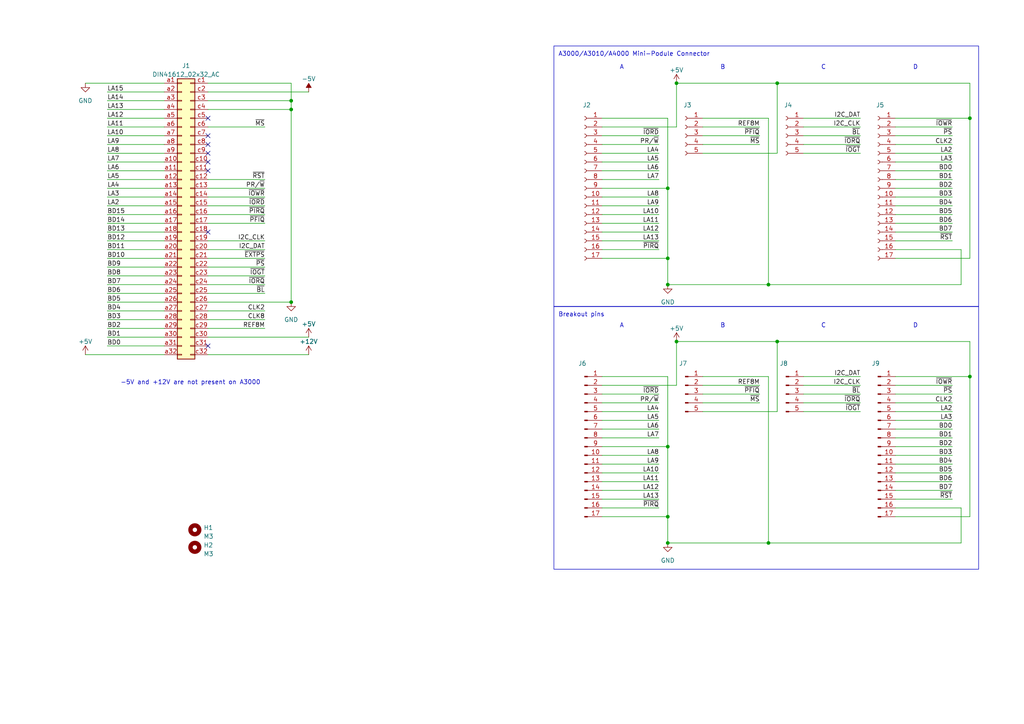
<source format=kicad_sch>
(kicad_sch (version 20230121) (generator eeschema)
  (paper "A4")
  (title_block (title "External Mini-Podule carrier board for Acorn A3000") (date "2024-05-29") (rev "1"))
  (lib_symbols
    (symbol "Connector:Conn_01x05_Pin" (pin_names (offset 1.016) hide)
      (property "Reference" "J" (at 0 7.62 0))
      (property "Value" "Conn_01x05_Pin" (at 0 -7.62 0))
      (symbol "Conn_01x05_Pin_1_1"
        (polyline (pts (xy 1.27 -5.08) (xy 0.8636 -5.08)) (stroke (width 0.1524)))
        (polyline (pts (xy 1.27 -2.54) (xy 0.8636 -2.54)) (stroke (width 0.1524)))
        (polyline (pts (xy 1.27 0) (xy 0.8636 0)) (stroke (width 0.1524)))
        (polyline (pts (xy 1.27 2.54) (xy 0.8636 2.54)) (stroke (width 0.1524)))
        (polyline (pts (xy 1.27 5.08) (xy 0.8636 5.08)) (stroke (width 0.1524)))
        (rectangle (start 0.8636 -4.953) (end 0 -5.207) (stroke (width 0.1524)) (fill (type outline)))
        (rectangle (start 0.8636 -2.413) (end 0 -2.667) (stroke (width 0.1524)) (fill (type outline)))
        (rectangle (start 0.8636 0.127) (end 0 -0.127) (stroke (width 0.1524)) (fill (type outline)))
        (rectangle (start 0.8636 2.667) (end 0 2.413) (stroke (width 0.1524)) (fill (type outline)))
        (rectangle (start 0.8636 5.207) (end 0 4.953) (stroke (width 0.1524)) (fill (type outline)))
        (pin passive line (at 5.08 5.08 180) (length 3.81) (name "Pin_1") (number "1"))
        (pin passive line (at 5.08 2.54 180) (length 3.81) (name "Pin_2") (number "2"))
        (pin passive line (at 5.08 0 180) (length 3.81) (name "Pin_3") (number "3"))
        (pin passive line (at 5.08 -2.54 180) (length 3.81) (name "Pin_4") (number "4"))
        (pin passive line (at 5.08 -5.08 180) (length 3.81) (name "Pin_5") (number "5"))
      )
    )
    (symbol "Connector:Conn_01x05_Socket" (pin_names (offset 1.016) hide)
      (property "Reference" "J" (at 0 7.62 0))
      (property "Value" "Conn_01x05_Socket" (at 0 -7.62 0))
      (symbol "Conn_01x05_Socket_1_1"
        (arc (start 0 -4.572) (mid -0.5058 -5.08) (end 0 -5.588) (stroke (width 0.1524)))
        (arc (start 0 -2.032) (mid -0.5058 -2.54) (end 0 -3.048) (stroke (width 0.1524)))
        (polyline (pts (xy -1.27 -5.08) (xy -0.508 -5.08)) (stroke (width 0.1524)))
        (polyline (pts (xy -1.27 -2.54) (xy -0.508 -2.54)) (stroke (width 0.1524)))
        (polyline (pts (xy -1.27 0) (xy -0.508 0)) (stroke (width 0.1524)))
        (polyline (pts (xy -1.27 2.54) (xy -0.508 2.54)) (stroke (width 0.1524)))
        (polyline (pts (xy -1.27 5.08) (xy -0.508 5.08)) (stroke (width 0.1524)))
        (arc (start 0 0.508) (mid -0.5058 0) (end 0 -0.508) (stroke (width 0.1524)))
        (arc (start 0 3.048) (mid -0.5058 2.54) (end 0 2.032) (stroke (width 0.1524)))
        (arc (start 0 5.588) (mid -0.5058 5.08) (end 0 4.572) (stroke (width 0.1524)))
        (pin passive line (at -5.08 5.08 0) (length 3.81) (name "Pin_1") (number "1"))
        (pin passive line (at -5.08 2.54 0) (length 3.81) (name "Pin_2") (number "2"))
        (pin passive line (at -5.08 0 0) (length 3.81) (name "Pin_3") (number "3"))
        (pin passive line (at -5.08 -2.54 0) (length 3.81) (name "Pin_4") (number "4"))
        (pin passive line (at -5.08 -5.08 0) (length 3.81) (name "Pin_5") (number "5"))
      )
    )
    (symbol "Connector:Conn_01x17_Pin" (pin_names (offset 1.016) hide)
      (property "Reference" "J" (at 0 22.86 0))
      (property "Value" "Conn_01x17_Pin" (at 0 -22.86 0))
      (symbol "Conn_01x17_Pin_1_1"
        (polyline (pts (xy 1.27 -20.32) (xy 0.8636 -20.32)) (stroke (width 0.1524)))
        (polyline (pts (xy 1.27 -17.78) (xy 0.8636 -17.78)) (stroke (width 0.1524)))
        (polyline (pts (xy 1.27 -15.24) (xy 0.8636 -15.24)) (stroke (width 0.1524)))
        (polyline (pts (xy 1.27 -12.7) (xy 0.8636 -12.7)) (stroke (width 0.1524)))
        (polyline (pts (xy 1.27 -10.16) (xy 0.8636 -10.16)) (stroke (width 0.1524)))
        (polyline (pts (xy 1.27 -7.62) (xy 0.8636 -7.62)) (stroke (width 0.1524)))
        (polyline (pts (xy 1.27 -5.08) (xy 0.8636 -5.08)) (stroke (width 0.1524)))
        (polyline (pts (xy 1.27 -2.54) (xy 0.8636 -2.54)) (stroke (width 0.1524)))
        (polyline (pts (xy 1.27 0) (xy 0.8636 0)) (stroke (width 0.1524)))
        (polyline (pts (xy 1.27 2.54) (xy 0.8636 2.54)) (stroke (width 0.1524)))
        (polyline (pts (xy 1.27 5.08) (xy 0.8636 5.08)) (stroke (width 0.1524)))
        (polyline (pts (xy 1.27 7.62) (xy 0.8636 7.62)) (stroke (width 0.1524)))
        (polyline (pts (xy 1.27 10.16) (xy 0.8636 10.16)) (stroke (width 0.1524)))
        (polyline (pts (xy 1.27 12.7) (xy 0.8636 12.7)) (stroke (width 0.1524)))
        (polyline (pts (xy 1.27 15.24) (xy 0.8636 15.24)) (stroke (width 0.1524)))
        (polyline (pts (xy 1.27 17.78) (xy 0.8636 17.78)) (stroke (width 0.1524)))
        (polyline (pts (xy 1.27 20.32) (xy 0.8636 20.32)) (stroke (width 0.1524)))
        (rectangle (start 0.8636 -20.193) (end 0 -20.447) (stroke (width 0.1524)) (fill (type outline)))
        (rectangle (start 0.8636 -17.653) (end 0 -17.907) (stroke (width 0.1524)) (fill (type outline)))
        (rectangle (start 0.8636 -15.113) (end 0 -15.367) (stroke (width 0.1524)) (fill (type outline)))
        (rectangle (start 0.8636 -12.573) (end 0 -12.827) (stroke (width 0.1524)) (fill (type outline)))
        (rectangle (start 0.8636 -10.033) (end 0 -10.287) (stroke (width 0.1524)) (fill (type outline)))
        (rectangle (start 0.8636 -7.493) (end 0 -7.747) (stroke (width 0.1524)) (fill (type outline)))
        (rectangle (start 0.8636 -4.953) (end 0 -5.207) (stroke (width 0.1524)) (fill (type outline)))
        (rectangle (start 0.8636 -2.413) (end 0 -2.667) (stroke (width 0.1524)) (fill (type outline)))
        (rectangle (start 0.8636 0.127) (end 0 -0.127) (stroke (width 0.1524)) (fill (type outline)))
        (rectangle (start 0.8636 2.667) (end 0 2.413) (stroke (width 0.1524)) (fill (type outline)))
        (rectangle (start 0.8636 5.207) (end 0 4.953) (stroke (width 0.1524)) (fill (type outline)))
        (rectangle (start 0.8636 7.747) (end 0 7.493) (stroke (width 0.1524)) (fill (type outline)))
        (rectangle (start 0.8636 10.287) (end 0 10.033) (stroke (width 0.1524)) (fill (type outline)))
        (rectangle (start 0.8636 12.827) (end 0 12.573) (stroke (width 0.1524)) (fill (type outline)))
        (rectangle (start 0.8636 15.367) (end 0 15.113) (stroke (width 0.1524)) (fill (type outline)))
        (rectangle (start 0.8636 17.907) (end 0 17.653) (stroke (width 0.1524)) (fill (type outline)))
        (rectangle (start 0.8636 20.447) (end 0 20.193) (stroke (width 0.1524)) (fill (type outline)))
        (pin passive line (at 5.08 20.32 180) (length 3.81) (name "Pin_1") (number "1"))
        (pin passive line (at 5.08 -2.54 180) (length 3.81) (name "Pin_10") (number "10"))
        (pin passive line (at 5.08 -5.08 180) (length 3.81) (name "Pin_11") (number "11"))
        (pin passive line (at 5.08 -7.62 180) (length 3.81) (name "Pin_12") (number "12"))
        (pin passive line (at 5.08 -10.16 180) (length 3.81) (name "Pin_13") (number "13"))
        (pin passive line (at 5.08 -12.7 180) (length 3.81) (name "Pin_14") (number "14"))
        (pin passive line (at 5.08 -15.24 180) (length 3.81) (name "Pin_15") (number "15"))
        (pin passive line (at 5.08 -17.78 180) (length 3.81) (name "Pin_16") (number "16"))
        (pin passive line (at 5.08 -20.32 180) (length 3.81) (name "Pin_17") (number "17"))
        (pin passive line (at 5.08 17.78 180) (length 3.81) (name "Pin_2") (number "2"))
        (pin passive line (at 5.08 15.24 180) (length 3.81) (name "Pin_3") (number "3"))
        (pin passive line (at 5.08 12.7 180) (length 3.81) (name "Pin_4") (number "4"))
        (pin passive line (at 5.08 10.16 180) (length 3.81) (name "Pin_5") (number "5"))
        (pin passive line (at 5.08 7.62 180) (length 3.81) (name "Pin_6") (number "6"))
        (pin passive line (at 5.08 5.08 180) (length 3.81) (name "Pin_7") (number "7"))
        (pin passive line (at 5.08 2.54 180) (length 3.81) (name "Pin_8") (number "8"))
        (pin passive line (at 5.08 0 180) (length 3.81) (name "Pin_9") (number "9"))
      )
    )
    (symbol "Connector:Conn_01x17_Socket" (pin_names (offset 1.016) hide)
      (property "Reference" "J" (at 0 22.86 0))
      (property "Value" "Conn_01x17_Socket" (at 0 -22.86 0))
      (symbol "Conn_01x17_Socket_1_1"
        (arc (start 0 -19.812) (mid -0.5058 -20.32) (end 0 -20.828) (stroke (width 0.1524)))
        (arc (start 0 -17.272) (mid -0.5058 -17.78) (end 0 -18.288) (stroke (width 0.1524)))
        (arc (start 0 -14.732) (mid -0.5058 -15.24) (end 0 -15.748) (stroke (width 0.1524)))
        (arc (start 0 -12.192) (mid -0.5058 -12.7) (end 0 -13.208) (stroke (width 0.1524)))
        (arc (start 0 -9.652) (mid -0.5058 -10.16) (end 0 -10.668) (stroke (width 0.1524)))
        (arc (start 0 -7.112) (mid -0.5058 -7.62) (end 0 -8.128) (stroke (width 0.1524)))
        (arc (start 0 -4.572) (mid -0.5058 -5.08) (end 0 -5.588) (stroke (width 0.1524)))
        (arc (start 0 -2.032) (mid -0.5058 -2.54) (end 0 -3.048) (stroke (width 0.1524)))
        (polyline (pts (xy -1.27 -20.32) (xy -0.508 -20.32)) (stroke (width 0.1524)))
        (polyline (pts (xy -1.27 -17.78) (xy -0.508 -17.78)) (stroke (width 0.1524)))
        (polyline (pts (xy -1.27 -15.24) (xy -0.508 -15.24)) (stroke (width 0.1524)))
        (polyline (pts (xy -1.27 -12.7) (xy -0.508 -12.7)) (stroke (width 0.1524)))
        (polyline (pts (xy -1.27 -10.16) (xy -0.508 -10.16)) (stroke (width 0.1524)))
        (polyline (pts (xy -1.27 -7.62) (xy -0.508 -7.62)) (stroke (width 0.1524)))
        (polyline (pts (xy -1.27 -5.08) (xy -0.508 -5.08)) (stroke (width 0.1524)))
        (polyline (pts (xy -1.27 -2.54) (xy -0.508 -2.54)) (stroke (width 0.1524)))
        (polyline (pts (xy -1.27 0) (xy -0.508 0)) (stroke (width 0.1524)))
        (polyline (pts (xy -1.27 2.54) (xy -0.508 2.54)) (stroke (width 0.1524)))
        (polyline (pts (xy -1.27 5.08) (xy -0.508 5.08)) (stroke (width 0.1524)))
        (polyline (pts (xy -1.27 7.62) (xy -0.508 7.62)) (stroke (width 0.1524)))
        (polyline (pts (xy -1.27 10.16) (xy -0.508 10.16)) (stroke (width 0.1524)))
        (polyline (pts (xy -1.27 12.7) (xy -0.508 12.7)) (stroke (width 0.1524)))
        (polyline (pts (xy -1.27 15.24) (xy -0.508 15.24)) (stroke (width 0.1524)))
        (polyline (pts (xy -1.27 17.78) (xy -0.508 17.78)) (stroke (width 0.1524)))
        (polyline (pts (xy -1.27 20.32) (xy -0.508 20.32)) (stroke (width 0.1524)))
        (arc (start 0 0.508) (mid -0.5058 0) (end 0 -0.508) (stroke (width 0.1524)))
        (arc (start 0 3.048) (mid -0.5058 2.54) (end 0 2.032) (stroke (width 0.1524)))
        (arc (start 0 5.588) (mid -0.5058 5.08) (end 0 4.572) (stroke (width 0.1524)))
        (arc (start 0 8.128) (mid -0.5058 7.62) (end 0 7.112) (stroke (width 0.1524)))
        (arc (start 0 10.668) (mid -0.5058 10.16) (end 0 9.652) (stroke (width 0.1524)))
        (arc (start 0 13.208) (mid -0.5058 12.7) (end 0 12.192) (stroke (width 0.1524)))
        (arc (start 0 15.748) (mid -0.5058 15.24) (end 0 14.732) (stroke (width 0.1524)))
        (arc (start 0 18.288) (mid -0.5058 17.78) (end 0 17.272) (stroke (width 0.1524)))
        (arc (start 0 20.828) (mid -0.5058 20.32) (end 0 19.812) (stroke (width 0.1524)))
        (pin passive line (at -5.08 20.32 0) (length 3.81) (name "Pin_1") (number "1"))
        (pin passive line (at -5.08 -2.54 0) (length 3.81) (name "Pin_10") (number "10"))
        (pin passive line (at -5.08 -5.08 0) (length 3.81) (name "Pin_11") (number "11"))
        (pin passive line (at -5.08 -7.62 0) (length 3.81) (name "Pin_12") (number "12"))
        (pin passive line (at -5.08 -10.16 0) (length 3.81) (name "Pin_13") (number "13"))
        (pin passive line (at -5.08 -12.7 0) (length 3.81) (name "Pin_14") (number "14"))
        (pin passive line (at -5.08 -15.24 0) (length 3.81) (name "Pin_15") (number "15"))
        (pin passive line (at -5.08 -17.78 0) (length 3.81) (name "Pin_16") (number "16"))
        (pin passive line (at -5.08 -20.32 0) (length 3.81) (name "Pin_17") (number "17"))
        (pin passive line (at -5.08 17.78 0) (length 3.81) (name "Pin_2") (number "2"))
        (pin passive line (at -5.08 15.24 0) (length 3.81) (name "Pin_3") (number "3"))
        (pin passive line (at -5.08 12.7 0) (length 3.81) (name "Pin_4") (number "4"))
        (pin passive line (at -5.08 10.16 0) (length 3.81) (name "Pin_5") (number "5"))
        (pin passive line (at -5.08 7.62 0) (length 3.81) (name "Pin_6") (number "6"))
        (pin passive line (at -5.08 5.08 0) (length 3.81) (name "Pin_7") (number "7"))
        (pin passive line (at -5.08 2.54 0) (length 3.81) (name "Pin_8") (number "8"))
        (pin passive line (at -5.08 0 0) (length 3.81) (name "Pin_9") (number "9"))
      )
    )
    (symbol "Connector:DIN41612_02x32_AC" (pin_names (offset 1.016) hide)
      (property "Reference" "J" (at 1.27 40.64 0))
      (property "Value" "DIN41612_02x32_AC" (at 1.27 -43.18 0))
      (symbol "DIN41612_02x32_AC_1_1"
        (rectangle (start -1.27 -40.513) (end 0 -40.767) (stroke (width 0.1524)))
        (rectangle (start -1.27 -37.973) (end 0 -38.227) (stroke (width 0.1524)))
        (rectangle (start -1.27 -35.433) (end 0 -35.687) (stroke (width 0.1524)))
        (rectangle (start -1.27 -32.893) (end 0 -33.147) (stroke (width 0.1524)))
        (rectangle (start -1.27 -30.353) (end 0 -30.607) (stroke (width 0.1524)))
        (rectangle (start -1.27 -27.813) (end 0 -28.067) (stroke (width 0.1524)))
        (rectangle (start -1.27 -25.273) (end 0 -25.527) (stroke (width 0.1524)))
        (rectangle (start -1.27 -22.733) (end 0 -22.987) (stroke (width 0.1524)))
        (rectangle (start -1.27 -20.193) (end 0 -20.447) (stroke (width 0.1524)))
        (rectangle (start -1.27 -17.653) (end 0 -17.907) (stroke (width 0.1524)))
        (rectangle (start -1.27 -15.113) (end 0 -15.367) (stroke (width 0.1524)))
        (rectangle (start -1.27 -12.573) (end 0 -12.827) (stroke (width 0.1524)))
        (rectangle (start -1.27 -10.033) (end 0 -10.287) (stroke (width 0.1524)))
        (rectangle (start -1.27 -7.493) (end 0 -7.747) (stroke (width 0.1524)))
        (rectangle (start -1.27 -4.953) (end 0 -5.207) (stroke (width 0.1524)))
        (rectangle (start -1.27 -2.413) (end 0 -2.667) (stroke (width 0.1524)))
        (rectangle (start -1.27 0.127) (end 0 -0.127) (stroke (width 0.1524)))
        (rectangle (start -1.27 2.667) (end 0 2.413) (stroke (width 0.1524)))
        (rectangle (start -1.27 5.207) (end 0 4.953) (stroke (width 0.1524)))
        (rectangle (start -1.27 7.747) (end 0 7.493) (stroke (width 0.1524)))
        (rectangle (start -1.27 10.287) (end 0 10.033) (stroke (width 0.1524)))
        (rectangle (start -1.27 12.827) (end 0 12.573) (stroke (width 0.1524)))
        (rectangle (start -1.27 15.367) (end 0 15.113) (stroke (width 0.1524)))
        (rectangle (start -1.27 17.907) (end 0 17.653) (stroke (width 0.1524)))
        (rectangle (start -1.27 20.447) (end 0 20.193) (stroke (width 0.1524)))
        (rectangle (start -1.27 22.987) (end 0 22.733) (stroke (width 0.1524)))
        (rectangle (start -1.27 25.527) (end 0 25.273) (stroke (width 0.1524)))
        (rectangle (start -1.27 28.067) (end 0 27.813) (stroke (width 0.1524)))
        (rectangle (start -1.27 30.607) (end 0 30.353) (stroke (width 0.1524)))
        (rectangle (start -1.27 33.147) (end 0 32.893) (stroke (width 0.1524)))
        (rectangle (start -1.27 35.687) (end 0 35.433) (stroke (width 0.1524)))
        (rectangle (start -1.27 38.227) (end 0 37.973) (stroke (width 0.1524)))
        (rectangle (start -1.27 39.37) (end 3.81 -41.91) (stroke (width 0.254)) (fill (type background)))
        (rectangle (start 3.81 -40.513) (end 2.54 -40.767) (stroke (width 0.1524)))
        (rectangle (start 3.81 -37.973) (end 2.54 -38.227) (stroke (width 0.1524)))
        (rectangle (start 3.81 -35.433) (end 2.54 -35.687) (stroke (width 0.1524)))
        (rectangle (start 3.81 -32.893) (end 2.54 -33.147) (stroke (width 0.1524)))
        (rectangle (start 3.81 -30.353) (end 2.54 -30.607) (stroke (width 0.1524)))
        (rectangle (start 3.81 -27.813) (end 2.54 -28.067) (stroke (width 0.1524)))
        (rectangle (start 3.81 -25.273) (end 2.54 -25.527) (stroke (width 0.1524)))
        (rectangle (start 3.81 -22.733) (end 2.54 -22.987) (stroke (width 0.1524)))
        (rectangle (start 3.81 -20.193) (end 2.54 -20.447) (stroke (width 0.1524)))
        (rectangle (start 3.81 -17.653) (end 2.54 -17.907) (stroke (width 0.1524)))
        (rectangle (start 3.81 -15.113) (end 2.54 -15.367) (stroke (width 0.1524)))
        (rectangle (start 3.81 -12.573) (end 2.54 -12.827) (stroke (width 0.1524)))
        (rectangle (start 3.81 -10.033) (end 2.54 -10.287) (stroke (width 0.1524)))
        (rectangle (start 3.81 -7.493) (end 2.54 -7.747) (stroke (width 0.1524)))
        (rectangle (start 3.81 -4.953) (end 2.54 -5.207) (stroke (width 0.1524)))
        (rectangle (start 3.81 -2.413) (end 2.54 -2.667) (stroke (width 0.1524)))
        (rectangle (start 3.81 0.127) (end 2.54 -0.127) (stroke (width 0.1524)))
        (rectangle (start 3.81 2.667) (end 2.54 2.413) (stroke (width 0.1524)))
        (rectangle (start 3.81 5.207) (end 2.54 4.953) (stroke (width 0.1524)))
        (rectangle (start 3.81 7.747) (end 2.54 7.493) (stroke (width 0.1524)))
        (rectangle (start 3.81 10.287) (end 2.54 10.033) (stroke (width 0.1524)))
        (rectangle (start 3.81 12.827) (end 2.54 12.573) (stroke (width 0.1524)))
        (rectangle (start 3.81 15.367) (end 2.54 15.113) (stroke (width 0.1524)))
        (rectangle (start 3.81 17.907) (end 2.54 17.653) (stroke (width 0.1524)))
        (rectangle (start 3.81 20.447) (end 2.54 20.193) (stroke (width 0.1524)))
        (rectangle (start 3.81 22.987) (end 2.54 22.733) (stroke (width 0.1524)))
        (rectangle (start 3.81 25.527) (end 2.54 25.273) (stroke (width 0.1524)))
        (rectangle (start 3.81 28.067) (end 2.54 27.813) (stroke (width 0.1524)))
        (rectangle (start 3.81 30.607) (end 2.54 30.353) (stroke (width 0.1524)))
        (rectangle (start 3.81 33.147) (end 2.54 32.893) (stroke (width 0.1524)))
        (rectangle (start 3.81 35.687) (end 2.54 35.433) (stroke (width 0.1524)))
        (rectangle (start 3.81 38.227) (end 2.54 37.973) (stroke (width 0.1524)))
        (pin passive line (at -5.08 38.1 0) (length 3.81) (name "Pin_a1") (number "a1"))
        (pin passive line (at -5.08 15.24 0) (length 3.81) (name "Pin_a10") (number "a10"))
        (pin passive line (at -5.08 12.7 0) (length 3.81) (name "Pin_a11") (number "a11"))
        (pin passive line (at -5.08 10.16 0) (length 3.81) (name "Pin_a12") (number "a12"))
        (pin passive line (at -5.08 7.62 0) (length 3.81) (name "Pin_a13") (number "a13"))
        (pin passive line (at -5.08 5.08 0) (length 3.81) (name "Pin_a14") (number "a14"))
        (pin passive line (at -5.08 2.54 0) (length 3.81) (name "Pin_a15") (number "a15"))
        (pin passive line (at -5.08 0 0) (length 3.81) (name "Pin_a16") (number "a16"))
        (pin passive line (at -5.08 -2.54 0) (length 3.81) (name "Pin_a17") (number "a17"))
        (pin passive line (at -5.08 -5.08 0) (length 3.81) (name "Pin_a18") (number "a18"))
        (pin passive line (at -5.08 -7.62 0) (length 3.81) (name "Pin_a19") (number "a19"))
        (pin passive line (at -5.08 35.56 0) (length 3.81) (name "Pin_a2") (number "a2"))
        (pin passive line (at -5.08 -10.16 0) (length 3.81) (name "Pin_a20") (number "a20"))
        (pin passive line (at -5.08 -12.7 0) (length 3.81) (name "Pin_a21") (number "a21"))
        (pin passive line (at -5.08 -15.24 0) (length 3.81) (name "Pin_a22") (number "a22"))
        (pin passive line (at -5.08 -17.78 0) (length 3.81) (name "Pin_a23") (number "a23"))
        (pin passive line (at -5.08 -20.32 0) (length 3.81) (name "Pin_a24") (number "a24"))
        (pin passive line (at -5.08 -22.86 0) (length 3.81) (name "Pin_a25") (number "a25"))
        (pin passive line (at -5.08 -25.4 0) (length 3.81) (name "Pin_a26") (number "a26"))
        (pin passive line (at -5.08 -27.94 0) (length 3.81) (name "Pin_a27") (number "a27"))
        (pin passive line (at -5.08 -30.48 0) (length 3.81) (name "Pin_a28") (number "a28"))
        (pin passive line (at -5.08 -33.02 0) (length 3.81) (name "Pin_a29") (number "a29"))
        (pin passive line (at -5.08 33.02 0) (length 3.81) (name "Pin_a3") (number "a3"))
        (pin passive line (at -5.08 -35.56 0) (length 3.81) (name "Pin_a30") (number "a30"))
        (pin passive line (at -5.08 -38.1 0) (length 3.81) (name "Pin_a31") (number "a31"))
        (pin passive line (at -5.08 -40.64 0) (length 3.81) (name "Pin_a32") (number "a32"))
        (pin passive line (at -5.08 30.48 0) (length 3.81) (name "Pin_a4") (number "a4"))
        (pin passive line (at -5.08 27.94 0) (length 3.81) (name "Pin_a5") (number "a5"))
        (pin passive line (at -5.08 25.4 0) (length 3.81) (name "Pin_a6") (number "a6"))
        (pin passive line (at -5.08 22.86 0) (length 3.81) (name "Pin_a7") (number "a7"))
        (pin passive line (at -5.08 20.32 0) (length 3.81) (name "Pin_a8") (number "a8"))
        (pin passive line (at -5.08 17.78 0) (length 3.81) (name "Pin_a9") (number "a9"))
        (pin passive line (at 7.62 38.1 180) (length 3.81) (name "Pin_c1") (number "c1"))
        (pin passive line (at 7.62 15.24 180) (length 3.81) (name "Pin_c10") (number "c10"))
        (pin passive line (at 7.62 12.7 180) (length 3.81) (name "Pin_c11") (number "c11"))
        (pin passive line (at 7.62 10.16 180) (length 3.81) (name "Pin_c12") (number "c12"))
        (pin passive line (at 7.62 7.62 180) (length 3.81) (name "Pin_c13") (number "c13"))
        (pin passive line (at 7.62 5.08 180) (length 3.81) (name "Pin_c14") (number "c14"))
        (pin passive line (at 7.62 2.54 180) (length 3.81) (name "Pin_c15") (number "c15"))
        (pin passive line (at 7.62 0 180) (length 3.81) (name "Pin_c16") (number "c16"))
        (pin passive line (at 7.62 -2.54 180) (length 3.81) (name "Pin_c17") (number "c17"))
        (pin passive line (at 7.62 -5.08 180) (length 3.81) (name "Pin_c18") (number "c18"))
        (pin passive line (at 7.62 -7.62 180) (length 3.81) (name "Pin_c19") (number "c19"))
        (pin passive line (at 7.62 35.56 180) (length 3.81) (name "Pin_c2") (number "c2"))
        (pin passive line (at 7.62 -10.16 180) (length 3.81) (name "Pin_c20") (number "c20"))
        (pin passive line (at 7.62 -12.7 180) (length 3.81) (name "Pin_c21") (number "c21"))
        (pin passive line (at 7.62 -15.24 180) (length 3.81) (name "Pin_c22") (number "c22"))
        (pin passive line (at 7.62 -17.78 180) (length 3.81) (name "Pin_c23") (number "c23"))
        (pin passive line (at 7.62 -20.32 180) (length 3.81) (name "Pin_c24") (number "c24"))
        (pin passive line (at 7.62 -22.86 180) (length 3.81) (name "Pin_c25") (number "c25"))
        (pin passive line (at 7.62 -25.4 180) (length 3.81) (name "Pin_c26") (number "c26"))
        (pin passive line (at 7.62 -27.94 180) (length 3.81) (name "Pin_c27") (number "c27"))
        (pin passive line (at 7.62 -30.48 180) (length 3.81) (name "Pin_c28") (number "c28"))
        (pin passive line (at 7.62 -33.02 180) (length 3.81) (name "Pin_c29") (number "c29"))
        (pin passive line (at 7.62 33.02 180) (length 3.81) (name "Pin_c3") (number "c3"))
        (pin passive line (at 7.62 -35.56 180) (length 3.81) (name "Pin_c30") (number "c30"))
        (pin passive line (at 7.62 -38.1 180) (length 3.81) (name "Pin_c31") (number "c31"))
        (pin passive line (at 7.62 -40.64 180) (length 3.81) (name "Pin_c32") (number "c32"))
        (pin passive line (at 7.62 30.48 180) (length 3.81) (name "Pin_c4") (number "c4"))
        (pin passive line (at 7.62 27.94 180) (length 3.81) (name "Pin_c5") (number "c5"))
        (pin passive line (at 7.62 25.4 180) (length 3.81) (name "Pin_c6") (number "c6"))
        (pin passive line (at 7.62 22.86 180) (length 3.81) (name "Pin_c7") (number "c7"))
        (pin passive line (at 7.62 20.32 180) (length 3.81) (name "Pin_c8") (number "c8"))
        (pin passive line (at 7.62 17.78 180) (length 3.81) (name "Pin_c9") (number "c9"))
      )
    )
    (symbol "Mechanical:MountingHole" (pin_names (offset 1.016))
      (property "Reference" "H" (at 0 5.08 0))
      (property "Value" "MountingHole" (at 0 3.175 0))
      (symbol "MountingHole_0_1"
        (circle (center 0 0) (radius 1.27) (stroke (width 1.27)))
      )
    )
    (symbol "power:+12V" (power) (pin_names (offset 0))
      (property "Value" "+12V" (at 0 3.556 0))
      (symbol "+12V_0_1"
        (polyline (pts (xy -0.762 1.27) (xy 0 2.54)))
        (polyline (pts (xy 0 0) (xy 0 2.54)))
        (polyline (pts (xy 0 2.54) (xy 0.762 1.27)))
      )
      (symbol "+12V_1_1"
        (pin power_in line (at 0 0 90) (length 0) hide (name "+12V") (number "1"))
      )
    )
    (symbol "power:+5V" (power) (pin_names (offset 0))
      (property "Value" "+5V" (at 0 3.556 0))
      (symbol "+5V_0_1"
        (polyline (pts (xy -0.762 1.27) (xy 0 2.54)))
        (polyline (pts (xy 0 0) (xy 0 2.54)))
        (polyline (pts (xy 0 2.54) (xy 0.762 1.27)))
      )
      (symbol "+5V_1_1"
        (pin power_in line (at 0 0 90) (length 0) hide (name "+5V") (number "1"))
      )
    )
    (symbol "power:-5V" (power) (pin_names (offset 0))
      (property "Value" "-5V" (at 0 3.81 0))
      (symbol "-5V_0_0"
        (pin power_in line (at 0 0 90) (length 0) hide (name "-5V") (number "1"))
      )
      (symbol "-5V_0_1"
        (polyline (pts (xy 0 0) (xy 0 1.27) (xy 0.762 1.27) (xy 0 2.54) (xy -0.762 1.27) (xy 0 1.27)) (fill (type outline)))
      )
    )
    (symbol "power:GND" (power) (pin_names (offset 0))
      (property "Value" "GND" (at 0 -3.81 0))
      (symbol "GND_0_1"
        (polyline (pts (xy 0 0) (xy 0 -1.27) (xy 1.27 -1.27) (xy 0 -2.54) (xy -1.27 -1.27) (xy 0 -1.27)))
      )
      (symbol "GND_1_1"
        (pin power_in line (at 0 0 270) (length 0) hide (name "GND") (number "1"))
      )
    )
  )
  (junction (at 193.675 129.54))
  (junction (at 193.675 82.55))
  (junction (at 193.675 157.48))
  (junction (at 281.305 34.29))
  (junction (at 196.215 99.06))
  (junction (at 225.425 24.13))
  (junction (at 225.425 99.06))
  (junction (at 84.455 87.63))
  (junction (at 193.675 149.86))
  (junction (at 281.305 109.22))
  (junction (at 193.675 54.61))
  (junction (at 222.885 82.55))
  (junction (at 222.885 157.48))
  (junction (at 193.675 74.93))
  (junction (at 84.455 29.21))
  (junction (at 196.215 24.13))
  (junction (at 84.455 31.75))
  (no_connect (at 60.325 46.99))
  (no_connect (at 60.325 41.91))
  (no_connect (at 60.325 44.45))
  (no_connect (at 60.325 39.37))
  (no_connect (at 60.325 49.53))
  (no_connect (at 60.325 100.33))
  (no_connect (at 60.325 67.31))
  (no_connect (at 60.325 34.29))
  (wire (pts (xy 174.625 114.3) (xy 191.135 114.3)))
  (wire (pts (xy 191.135 49.53) (xy 174.625 49.53)))
  (wire (pts (xy 191.135 59.69) (xy 174.625 59.69)))
  (wire (pts (xy 193.675 82.55) (xy 193.675 74.93)))
  (wire (pts (xy 233.045 119.38) (xy 249.555 119.38)))
  (wire (pts (xy 31.115 46.99) (xy 47.625 46.99)))
  (wire (pts (xy 174.625 41.91) (xy 191.135 41.91)))
  (wire (pts (xy 203.835 109.22) (xy 222.885 109.22)))
  (wire (pts (xy 31.115 59.69) (xy 47.625 59.69)))
  (wire (pts (xy 60.325 77.47) (xy 76.835 77.47)))
  (wire (pts (xy 259.715 74.93) (xy 281.305 74.93)))
  (wire (pts (xy 259.715 39.37) (xy 276.225 39.37)))
  (wire (pts (xy 60.325 26.67) (xy 89.535 26.67)))
  (wire (pts (xy 259.715 41.91) (xy 276.225 41.91)))
  (wire (pts (xy 278.765 82.55) (xy 278.765 72.39)))
  (wire (pts (xy 196.215 24.13) (xy 225.425 24.13)))
  (wire (pts (xy 193.675 129.54) (xy 193.675 149.86)))
  (wire (pts (xy 233.045 36.83) (xy 249.555 36.83)))
  (wire (pts (xy 31.115 31.75) (xy 47.625 31.75)))
  (wire (pts (xy 203.835 41.91) (xy 220.345 41.91)))
  (wire (pts (xy 174.625 149.86) (xy 193.675 149.86)))
  (wire (pts (xy 193.675 157.48) (xy 193.675 149.86)))
  (wire (pts (xy 259.715 36.83) (xy 276.225 36.83)))
  (wire (pts (xy 225.425 99.06) (xy 281.305 99.06)))
  (wire (pts (xy 259.715 69.85) (xy 276.225 69.85)))
  (wire (pts (xy 31.115 90.17) (xy 47.625 90.17)))
  (wire (pts (xy 191.135 67.31) (xy 174.625 67.31)))
  (wire (pts (xy 191.135 127) (xy 174.625 127)))
  (wire (pts (xy 191.135 142.24) (xy 174.625 142.24)))
  (wire (pts (xy 281.305 74.93) (xy 281.305 34.29)))
  (wire (pts (xy 31.115 49.53) (xy 47.625 49.53)))
  (wire (pts (xy 60.325 52.07) (xy 76.835 52.07)))
  (wire (pts (xy 276.225 62.23) (xy 259.715 62.23)))
  (wire (pts (xy 60.325 69.85) (xy 76.835 69.85)))
  (wire (pts (xy 191.135 132.08) (xy 174.625 132.08)))
  (wire (pts (xy 174.625 39.37) (xy 191.135 39.37)))
  (wire (pts (xy 31.115 54.61) (xy 47.625 54.61)))
  (wire (pts (xy 276.225 134.62) (xy 259.715 134.62)))
  (wire (pts (xy 259.715 116.84) (xy 276.225 116.84)))
  (wire (pts (xy 196.215 99.06) (xy 225.425 99.06)))
  (wire (pts (xy 233.045 114.3) (xy 249.555 114.3)))
  (wire (pts (xy 31.115 97.79) (xy 47.625 97.79)))
  (wire (pts (xy 276.225 124.46) (xy 259.715 124.46)))
  (wire (pts (xy 31.115 26.67) (xy 47.625 26.67)))
  (wire (pts (xy 60.325 87.63) (xy 84.455 87.63)))
  (wire (pts (xy 233.045 111.76) (xy 249.555 111.76)))
  (wire (pts (xy 31.115 64.77) (xy 47.625 64.77)))
  (wire (pts (xy 31.115 34.29) (xy 47.625 34.29)))
  (wire (pts (xy 276.225 142.24) (xy 259.715 142.24)))
  (wire (pts (xy 60.325 102.87) (xy 89.535 102.87)))
  (wire (pts (xy 203.835 34.29) (xy 222.885 34.29)))
  (wire (pts (xy 203.835 39.37) (xy 220.345 39.37)))
  (wire (pts (xy 259.715 114.3) (xy 276.225 114.3)))
  (wire (pts (xy 193.675 82.55) (xy 222.885 82.55)))
  (wire (pts (xy 233.045 34.29) (xy 249.555 34.29)))
  (wire (pts (xy 31.115 82.55) (xy 47.625 82.55)))
  (wire (pts (xy 191.135 139.7) (xy 174.625 139.7)))
  (wire (pts (xy 203.835 111.76) (xy 220.345 111.76)))
  (wire (pts (xy 281.305 99.06) (xy 281.305 109.22)))
  (wire (pts (xy 174.625 54.61) (xy 193.675 54.61)))
  (wire (pts (xy 60.325 72.39) (xy 76.835 72.39)))
  (wire (pts (xy 276.225 46.99) (xy 259.715 46.99)))
  (wire (pts (xy 174.625 36.83) (xy 196.215 36.83)))
  (wire (pts (xy 31.115 100.33) (xy 47.625 100.33)))
  (wire (pts (xy 233.045 41.91) (xy 249.555 41.91)))
  (wire (pts (xy 31.115 72.39) (xy 47.625 72.39)))
  (wire (pts (xy 276.225 49.53) (xy 259.715 49.53)))
  (wire (pts (xy 276.225 132.08) (xy 259.715 132.08)))
  (wire (pts (xy 60.325 92.71) (xy 76.835 92.71)))
  (wire (pts (xy 60.325 90.17) (xy 76.835 90.17)))
  (wire (pts (xy 222.885 34.29) (xy 222.885 82.55)))
  (wire (pts (xy 60.325 31.75) (xy 84.455 31.75)))
  (wire (pts (xy 31.115 85.09) (xy 47.625 85.09)))
  (wire (pts (xy 174.625 72.39) (xy 191.135 72.39)))
  (wire (pts (xy 60.325 24.13) (xy 84.455 24.13)))
  (wire (pts (xy 84.455 31.75) (xy 84.455 87.63)))
  (wire (pts (xy 31.115 67.31) (xy 47.625 67.31)))
  (wire (pts (xy 174.625 147.32) (xy 191.135 147.32)))
  (wire (pts (xy 233.045 44.45) (xy 249.555 44.45)))
  (wire (pts (xy 174.625 111.76) (xy 196.215 111.76)))
  (wire (pts (xy 203.835 119.38) (xy 225.425 119.38)))
  (wire (pts (xy 233.045 39.37) (xy 249.555 39.37)))
  (wire (pts (xy 191.135 62.23) (xy 174.625 62.23)))
  (wire (pts (xy 60.325 59.69) (xy 76.835 59.69)))
  (wire (pts (xy 191.135 121.92) (xy 174.625 121.92)))
  (wire (pts (xy 276.225 64.77) (xy 259.715 64.77)))
  (wire (pts (xy 276.225 137.16) (xy 259.715 137.16)))
  (wire (pts (xy 225.425 44.45) (xy 225.425 24.13)))
  (wire (pts (xy 60.325 80.01) (xy 76.835 80.01)))
  (wire (pts (xy 191.135 44.45) (xy 174.625 44.45)))
  (wire (pts (xy 276.225 59.69) (xy 259.715 59.69)))
  (wire (pts (xy 233.045 109.22) (xy 249.555 109.22)))
  (wire (pts (xy 276.225 139.7) (xy 259.715 139.7)))
  (wire (pts (xy 259.715 144.78) (xy 276.225 144.78)))
  (wire (pts (xy 222.885 109.22) (xy 222.885 157.48)))
  (wire (pts (xy 60.325 36.83) (xy 76.835 36.83)))
  (wire (pts (xy 191.135 144.78) (xy 174.625 144.78)))
  (wire (pts (xy 191.135 119.38) (xy 174.625 119.38)))
  (wire (pts (xy 31.115 52.07) (xy 47.625 52.07)))
  (wire (pts (xy 191.135 69.85) (xy 174.625 69.85)))
  (wire (pts (xy 24.765 102.87) (xy 47.625 102.87)))
  (wire (pts (xy 281.305 149.86) (xy 281.305 109.22)))
  (wire (pts (xy 191.135 124.46) (xy 174.625 124.46)))
  (wire (pts (xy 191.135 134.62) (xy 174.625 134.62)))
  (wire (pts (xy 191.135 46.99) (xy 174.625 46.99)))
  (wire (pts (xy 84.455 24.13) (xy 84.455 29.21)))
  (wire (pts (xy 60.325 29.21) (xy 84.455 29.21)))
  (wire (pts (xy 222.885 82.55) (xy 278.765 82.55)))
  (wire (pts (xy 203.835 44.45) (xy 225.425 44.45)))
  (wire (pts (xy 191.135 64.77) (xy 174.625 64.77)))
  (wire (pts (xy 60.325 97.79) (xy 89.535 97.79)))
  (wire (pts (xy 276.225 127) (xy 259.715 127)))
  (wire (pts (xy 191.135 52.07) (xy 174.625 52.07)))
  (wire (pts (xy 174.625 129.54) (xy 193.675 129.54)))
  (wire (pts (xy 196.215 36.83) (xy 196.215 24.13)))
  (wire (pts (xy 31.115 29.21) (xy 47.625 29.21)))
  (wire (pts (xy 191.135 137.16) (xy 174.625 137.16)))
  (wire (pts (xy 60.325 95.25) (xy 76.835 95.25)))
  (wire (pts (xy 276.225 44.45) (xy 259.715 44.45)))
  (wire (pts (xy 203.835 116.84) (xy 220.345 116.84)))
  (wire (pts (xy 259.715 147.32) (xy 278.765 147.32)))
  (wire (pts (xy 225.425 119.38) (xy 225.425 99.06)))
  (wire (pts (xy 225.425 24.13) (xy 281.305 24.13)))
  (wire (pts (xy 31.115 39.37) (xy 47.625 39.37)))
  (wire (pts (xy 203.835 114.3) (xy 220.345 114.3)))
  (wire (pts (xy 276.225 67.31) (xy 259.715 67.31)))
  (wire (pts (xy 191.135 57.15) (xy 174.625 57.15)))
  (wire (pts (xy 281.305 24.13) (xy 281.305 34.29)))
  (wire (pts (xy 24.765 24.13) (xy 47.625 24.13)))
  (wire (pts (xy 281.305 109.22) (xy 259.715 109.22)))
  (wire (pts (xy 222.885 157.48) (xy 278.765 157.48)))
  (wire (pts (xy 60.325 64.77) (xy 76.835 64.77)))
  (wire (pts (xy 259.715 149.86) (xy 281.305 149.86)))
  (wire (pts (xy 31.115 95.25) (xy 47.625 95.25)))
  (wire (pts (xy 31.115 74.93) (xy 47.625 74.93)))
  (wire (pts (xy 60.325 62.23) (xy 76.835 62.23)))
  (wire (pts (xy 276.225 57.15) (xy 259.715 57.15)))
  (wire (pts (xy 233.045 116.84) (xy 249.555 116.84)))
  (wire (pts (xy 174.625 109.22) (xy 193.675 109.22)))
  (wire (pts (xy 196.215 111.76) (xy 196.215 99.06)))
  (wire (pts (xy 276.225 119.38) (xy 259.715 119.38)))
  (wire (pts (xy 174.625 116.84) (xy 191.135 116.84)))
  (wire (pts (xy 60.325 57.15) (xy 76.835 57.15)))
  (wire (pts (xy 193.675 109.22) (xy 193.675 129.54)))
  (wire (pts (xy 259.715 72.39) (xy 278.765 72.39)))
  (wire (pts (xy 276.225 121.92) (xy 259.715 121.92)))
  (wire (pts (xy 31.115 62.23) (xy 47.625 62.23)))
  (wire (pts (xy 84.455 29.21) (xy 84.455 31.75)))
  (wire (pts (xy 281.305 34.29) (xy 259.715 34.29)))
  (wire (pts (xy 259.715 111.76) (xy 276.225 111.76)))
  (wire (pts (xy 276.225 129.54) (xy 259.715 129.54)))
  (wire (pts (xy 31.115 92.71) (xy 47.625 92.71)))
  (wire (pts (xy 193.675 54.61) (xy 193.675 74.93)))
  (wire (pts (xy 31.115 77.47) (xy 47.625 77.47)))
  (wire (pts (xy 31.115 87.63) (xy 47.625 87.63)))
  (wire (pts (xy 60.325 82.55) (xy 76.835 82.55)))
  (wire (pts (xy 193.675 34.29) (xy 193.675 54.61)))
  (wire (pts (xy 278.765 157.48) (xy 278.765 147.32)))
  (wire (pts (xy 31.115 36.83) (xy 47.625 36.83)))
  (wire (pts (xy 31.115 57.15) (xy 47.625 57.15)))
  (wire (pts (xy 60.325 85.09) (xy 76.835 85.09)))
  (wire (pts (xy 31.115 69.85) (xy 47.625 69.85)))
  (wire (pts (xy 276.225 52.07) (xy 259.715 52.07)))
  (wire (pts (xy 276.225 54.61) (xy 259.715 54.61)))
  (wire (pts (xy 60.325 54.61) (xy 76.835 54.61)))
  (wire (pts (xy 174.625 74.93) (xy 193.675 74.93)))
  (wire (pts (xy 193.675 157.48) (xy 222.885 157.48)))
  (wire (pts (xy 203.835 36.83) (xy 220.345 36.83)))
  (wire (pts (xy 60.325 74.93) (xy 76.835 74.93)))
  (wire (pts (xy 31.115 44.45) (xy 47.625 44.45)))
  (wire (pts (xy 174.625 34.29) (xy 193.675 34.29)))
  (wire (pts (xy 31.115 41.91) (xy 47.625 41.91)))
  (wire (pts (xy 31.115 80.01) (xy 47.625 80.01)))
  (rectangle (start 160.655 88.9) (end 283.845 165.1))
  (rectangle (start 160.655 13.335) (end 283.845 88.9))
  (text "C" (at 238.125 95.25 0) (effects (font (size 1.27 1.27)) (justify left bottom)))
  (text "B" (at 208.915 20.32 0) (effects (font (size 1.27 1.27)) (justify left bottom)))
  (text "A" (at 179.705 20.32 0) (effects (font (size 1.27 1.27)) (justify left bottom)))
  (text "-5V and +12V are not present on A3000" (at 34.925 111.76 0) (effects (font (size 1.27 1.27)) (justify left bottom)))
  (text "Breakout pins" (at 161.925 92.075 0) (effects (font (size 1.27 1.27)) (justify left bottom)))
  (text "A" (at 179.705 95.25 0) (effects (font (size 1.27 1.27)) (justify left bottom)))
  (text "D" (at 264.795 95.25 0) (effects (font (size 1.27 1.27)) (justify left bottom)))
  (text "A3000/A3010/A4000 Mini-Podule Connector" (at 161.925 16.51 0) (effects (font (size 1.27 1.27)) (justify left bottom)))
  (text "B" (at 208.915 95.25 0) (effects (font (size 1.27 1.27)) (justify left bottom)))
  (text "D" (at 264.795 20.32 0) (effects (font (size 1.27 1.27)) (justify left bottom)))
  (text "C" (at 238.125 20.32 0) (effects (font (size 1.27 1.27)) (justify left bottom)))
  (label "LA14" (at 31.115 29.21 0))
  (label "LA11" (at 191.135 64.77 180))
  (label "BD11" (at 31.115 72.39 0))
  (label "BD9" (at 31.115 77.47 0))
  (label "BD10" (at 31.115 74.93 0))
  (label "~{PFIQ}" (at 220.345 39.37 180))
  (label "~{BL}" (at 76.835 85.09 180))
  (label "BD0" (at 276.225 49.53 180))
  (label "CLK8" (at 76.835 92.71 180))
  (label "~{IORD}" (at 191.135 39.37 180))
  (label "~{MS}" (at 220.345 116.84 180))
  (label "LA5" (at 31.115 52.07 0))
  (label "~{PIRQ}" (at 76.835 62.23 180))
  (label "~{IOGT}" (at 249.555 119.38 180))
  (label "BD15" (at 31.115 62.23 0))
  (label "LA8" (at 31.115 44.45 0))
  (label "LA2" (at 31.115 59.69 0))
  (label "BD7" (at 31.115 82.55 0))
  (label "PR{slash}~{W}" (at 76.835 54.61 180))
  (label "LA6" (at 31.115 49.53 0))
  (label "BD5" (at 276.225 62.23 180))
  (label "~{PIRQ}" (at 191.135 72.39 180))
  (label "I2C_CLK" (at 76.835 69.85 180))
  (label "LA3" (at 31.115 57.15 0))
  (label "LA12" (at 191.135 142.24 180))
  (label "I2C_CLK" (at 249.555 111.76 180))
  (label "~{IORD}" (at 76.835 59.69 180))
  (label "BD0" (at 31.115 100.33 0))
  (label "BD1" (at 276.225 52.07 180))
  (label "I2C_CLK" (at 249.555 36.83 180))
  (label "REF8M" (at 220.345 36.83 180))
  (label "~{IOWR}" (at 276.225 36.83 180))
  (label "BD5" (at 31.115 87.63 0))
  (label "LA2" (at 276.225 119.38 180))
  (label "BD8" (at 31.115 80.01 0))
  (label "~{PIRQ}" (at 191.135 147.32 180))
  (label "~{PS}" (at 276.225 114.3 180))
  (label "LA11" (at 31.115 36.83 0))
  (label "~{PFIQ}" (at 220.345 114.3 180))
  (label "LA9" (at 191.135 134.62 180))
  (label "LA6" (at 191.135 49.53 180))
  (label "~{PS}" (at 76.835 77.47 180))
  (label "~{MS}" (at 220.345 41.91 180))
  (label "LA12" (at 31.115 34.29 0))
  (label "LA10" (at 191.135 62.23 180))
  (label "~{IOGT}" (at 76.835 80.01 180))
  (label "~{IORD}" (at 191.135 114.3 180))
  (label "LA13" (at 191.135 144.78 180))
  (label "LA7" (at 191.135 127 180))
  (label "REF8M" (at 76.835 95.25 180))
  (label "LA10" (at 31.115 39.37 0))
  (label "PR{slash}~{W}" (at 191.135 41.91 180))
  (label "BD7" (at 276.225 67.31 180))
  (label "LA15" (at 31.115 26.67 0))
  (label "LA11" (at 191.135 139.7 180))
  (label "LA5" (at 191.135 46.99 180))
  (label "BD2" (at 31.115 95.25 0))
  (label "LA12" (at 191.135 67.31 180))
  (label "CLK2" (at 276.225 116.84 180))
  (label "BD4" (at 31.115 90.17 0))
  (label "~{BL}" (at 249.555 39.37 180))
  (label "CLK2" (at 76.835 90.17 180))
  (label "~{IORQ}" (at 249.555 116.84 180))
  (label "BD4" (at 276.225 134.62 180))
  (label "BD4" (at 276.225 59.69 180))
  (label "LA13" (at 31.115 31.75 0))
  (label "BD7" (at 276.225 142.24 180))
  (label "~{IORQ}" (at 249.555 41.91 180))
  (label "BD3" (at 276.225 132.08 180))
  (label "BD1" (at 31.115 97.79 0))
  (label "CLK2" (at 276.225 41.91 180))
  (label "LA4" (at 31.115 54.61 0))
  (label "~{IORQ}" (at 76.835 82.55 180))
  (label "BD2" (at 276.225 54.61 180))
  (label "BD0" (at 276.225 124.46 180))
  (label "I2C_DAT" (at 76.835 72.39 180))
  (label "LA2" (at 276.225 44.45 180))
  (label "BD12" (at 31.115 69.85 0))
  (label "I2C_DAT" (at 249.555 109.22 180))
  (label "BD2" (at 276.225 129.54 180))
  (label "LA4" (at 191.135 119.38 180))
  (label "~{IOWR}" (at 76.835 57.15 180))
  (label "LA6" (at 191.135 124.46 180))
  (label "BD6" (at 276.225 64.77 180))
  (label "REF8M" (at 220.345 111.76 180))
  (label "~{BL}" (at 249.555 114.3 180))
  (label "~{IOGT}" (at 249.555 44.45 180))
  (label "~{EXTPS}" (at 76.835 74.93 180))
  (label "~{RST}" (at 76.835 52.07 180))
  (label "BD14" (at 31.115 64.77 0))
  (label "LA3" (at 276.225 46.99 180))
  (label "LA13" (at 191.135 69.85 180))
  (label "~{MS}" (at 76.835 36.83 180))
  (label "BD13" (at 31.115 67.31 0))
  (label "BD6" (at 31.115 85.09 0))
  (label "BD1" (at 276.225 127 180))
  (label "I2C_DAT" (at 249.555 34.29 180))
  (label "~{RST}" (at 276.225 144.78 180))
  (label "BD6" (at 276.225 139.7 180))
  (label "~{PFIQ}" (at 76.835 64.77 180))
  (label "LA5" (at 191.135 121.92 180))
  (label "LA7" (at 31.115 46.99 0))
  (label "BD5" (at 276.225 137.16 180))
  (label "LA3" (at 276.225 121.92 180))
  (label "LA8" (at 191.135 132.08 180))
  (label "~{PS}" (at 276.225 39.37 180))
  (label "LA9" (at 31.115 41.91 0))
  (label "PR{slash}~{W}" (at 191.135 116.84 180))
  (label "~{RST}" (at 276.225 69.85 180))
  (label "LA10" (at 191.135 137.16 180))
  (label "BD3" (at 276.225 57.15 180))
  (label "LA9" (at 191.135 59.69 180))
  (label "LA4" (at 191.135 44.45 180))
  (label "LA7" (at 191.135 52.07 180))
  (label "~{IOWR}" (at 276.225 111.76 180))
  (label "BD3" (at 31.115 92.71 0))
  (label "LA8" (at 191.135 57.15 180))
  (symbol (lib_id "Connector:Conn_01x17_Pin") (at 254.635 129.54 0) (unit 1)
    (property "Reference" "J9" (at 254 105.41 0))
    (property "Value" "Conn_01x17_Pin" (effects hide))
    (property "Footprint" "Connector_PinHeader_2.54mm:PinHeader_1x17_P2.54mm_Vertical" (effects hide))
  )
  (symbol (lib_id "power:+5V") (at 89.535 97.79 0) (unit 1)
    (property "Reference" "#PWR04" (effects hide))
    (property "Value" "+5V" (at 89.535 93.98 0))
  )
  (symbol (lib_id "Mechanical:MountingHole") (at 56.515 158.75 0) (unit 1)
    (property "Reference" "H2" (at 59.055 158.115 0) (effects (justify left)))
    (property "Value" "M3" (at 59.055 160.655 0) (effects (justify left)))
    (property "Footprint" "MountingHole:MountingHole_3.2mm_M3" (effects hide))
  )
  (symbol (lib_id "power:+5V") (at 196.215 99.06 0) (unit 1)
    (property "Reference" "#PWR010" (effects hide))
    (property "Value" "+5V" (at 196.215 95.25 0))
  )
  (symbol (lib_id "power:+5V") (at 24.765 102.87 0) (unit 1)
    (property "Reference" "#PWR01" (effects hide))
    (property "Value" "+5V" (at 24.765 99.06 0))
  )
  (symbol (lib_id "power:GND") (at 24.765 24.13 0) (unit 1)
    (property "Reference" "#PWR02" (effects hide))
    (property "Value" "GND" (at 24.765 29.21 0))
  )
  (symbol (lib_id "power:-5V") (at 89.535 26.67 0) (unit 1)
    (property "Reference" "#PWR05" (effects hide))
    (property "Value" "-5V" (at 89.535 22.86 0))
  )
  (symbol (lib_id "Connector:Conn_01x05_Socket") (at 227.965 39.37 0) (mirror y) (unit 1)
    (property "Reference" "J4" (at 228.6 30.48 0))
    (property "Value" "Conn_01x05_Socket" (effects hide))
    (property "Footprint" "Connector_PinSocket_2.54mm:PinSocket_1x05_P2.54mm_Vertical" (effects hide))
  )
  (symbol (lib_id "Connector:Conn_01x05_Pin") (at 198.755 114.3 0) (unit 1)
    (property "Reference" "J7" (at 198.12 105.41 0))
    (property "Value" "Conn_01x05_Pin" (effects hide))
    (property "Footprint" "Connector_PinHeader_2.54mm:PinHeader_1x05_P2.54mm_Vertical" (effects hide))
  )
  (symbol (lib_id "Connector:Conn_01x17_Pin") (at 169.545 129.54 0) (unit 1)
    (property "Reference" "J6" (at 168.91 105.41 0))
    (property "Value" "Conn_01x17_Pin" (effects hide))
    (property "Footprint" "Connector_PinHeader_2.54mm:PinHeader_1x17_P2.54mm_Vertical" (effects hide))
  )
  (symbol (lib_id "power:GND") (at 84.455 87.63 0) (unit 1)
    (property "Reference" "#PWR03" (effects hide))
    (property "Value" "GND" (at 84.455 92.71 0))
  )
  (symbol (lib_id "Connector:Conn_01x17_Socket") (at 254.635 54.61 0) (mirror y) (unit 1)
    (property "Reference" "J5" (at 255.27 30.48 0))
    (property "Value" "Conn_01x17_Socket" (effects hide))
    (property "Footprint" "Connector_PinSocket_2.54mm:PinSocket_1x17_P2.54mm_Vertical" (effects hide))
  )
  (symbol (lib_id "Connector:Conn_01x17_Socket") (at 169.545 54.61 0) (mirror y) (unit 1)
    (property "Reference" "J2" (at 170.18 30.48 0))
    (property "Value" "Conn_01x17_Socket" (effects hide))
    (property "Footprint" "Connector_PinSocket_2.54mm:PinSocket_1x17_P2.54mm_Vertical" (effects hide))
  )
  (symbol (lib_id "power:+5V") (at 196.215 24.13 0) (unit 1)
    (property "Reference" "#PWR08" (effects hide))
    (property "Value" "+5V" (at 196.215 20.32 0))
  )
  (symbol (lib_id "Connector:Conn_01x05_Pin") (at 227.965 114.3 0) (unit 1)
    (property "Reference" "J8" (at 227.33 105.41 0))
    (property "Value" "Conn_01x05_Pin" (effects hide))
    (property "Footprint" "Connector_PinHeader_2.54mm:PinHeader_1x05_P2.54mm_Vertical" (effects hide))
  )
  (symbol (lib_id "Connector:DIN41612_02x32_AC") (at 52.705 62.23 0) (unit 1)
    (property "Reference" "J1" (at 53.975 19.05 0))
    (property "Value" "DIN41612_02x32_AC" (at 53.975 21.59 0))
    (property "Footprint" "Connector_DIN:DIN41612_C_3x32_Male_Horizontal_THT" (effects hide))
  )
  (symbol (lib_id "Mechanical:MountingHole") (at 56.515 153.67 0) (unit 1)
    (property "Reference" "H1" (at 59.055 153.035 0) (effects (justify left)))
    (property "Value" "M3" (at 59.055 155.575 0) (effects (justify left)))
    (property "Footprint" "MountingHole:MountingHole_3.2mm_M3" (effects hide))
  )
  (symbol (lib_id "power:GND") (at 193.675 82.55 0) (unit 1)
    (property "Reference" "#PWR07" (effects hide))
    (property "Value" "GND" (at 193.675 87.63 0))
  )
  (symbol (lib_id "Connector:Conn_01x05_Socket") (at 198.755 39.37 0) (mirror y) (unit 1)
    (property "Reference" "J3" (at 199.39 30.48 0))
    (property "Value" "Conn_01x05_Socket" (effects hide))
    (property "Footprint" "Connector_PinSocket_2.54mm:PinSocket_1x05_P2.54mm_Vertical" (effects hide))
  )
  (symbol (lib_id "power:GND") (at 193.675 157.48 0) (unit 1)
    (property "Reference" "#PWR09" (effects hide))
    (property "Value" "GND" (at 193.675 162.56 0))
  )
  (symbol (lib_id "power:+12V") (at 89.535 102.87 0) (unit 1)
    (property "Reference" "#PWR06" (effects hide))
    (property "Value" "+12V" (at 89.535 99.06 0))
  )
)
</source>
